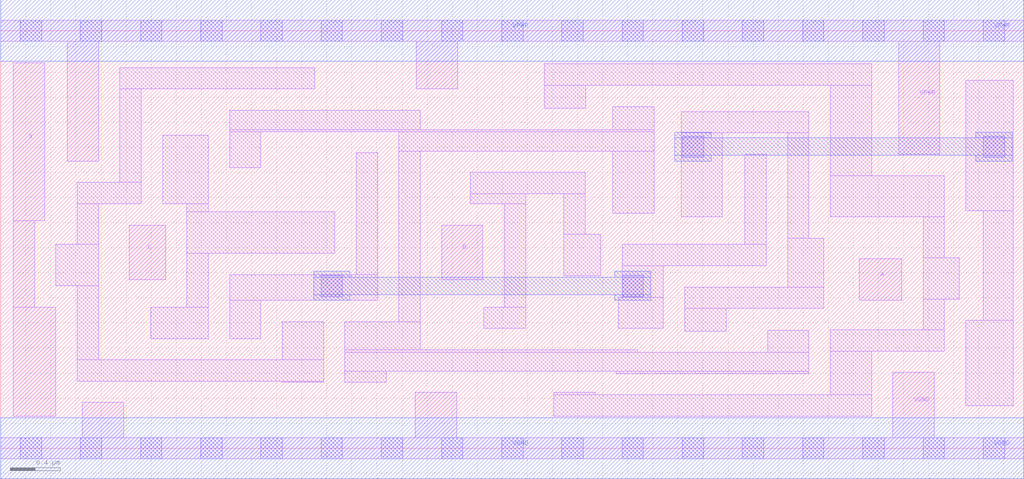
<source format=lef>
# Copyright 2020 The SkyWater PDK Authors
#
# Licensed under the Apache License, Version 2.0 (the "License");
# you may not use this file except in compliance with the License.
# You may obtain a copy of the License at
#
#     https://www.apache.org/licenses/LICENSE-2.0
#
# Unless required by applicable law or agreed to in writing, software
# distributed under the License is distributed on an "AS IS" BASIS,
# WITHOUT WARRANTIES OR CONDITIONS OF ANY KIND, either express or implied.
# See the License for the specific language governing permissions and
# limitations under the License.
#
# SPDX-License-Identifier: Apache-2.0

VERSION 5.7 ;
  NAMESCASESENSITIVE ON ;
  NOWIREEXTENSIONATPIN ON ;
  DIVIDERCHAR "/" ;
  BUSBITCHARS "[]" ;
UNITS
  DATABASE MICRONS 200 ;
END UNITS
MACRO sky130_fd_sc_lp__xnor3_1
  CLASS CORE ;
  SOURCE USER ;
  FOREIGN sky130_fd_sc_lp__xnor3_1 ;
  ORIGIN  0.000000  0.000000 ;
  SIZE  8.160000 BY  3.330000 ;
  SYMMETRY X Y R90 ;
  SITE unit ;
  PIN A
    ANTENNAGATEAREA  0.246000 ;
    DIRECTION INPUT ;
    USE SIGNAL ;
    PORT
      LAYER li1 ;
        RECT 6.845000 1.180000 7.185000 1.510000 ;
    END
  END A
  PIN B
    ANTENNAGATEAREA  0.729000 ;
    DIRECTION INPUT ;
    USE SIGNAL ;
    PORT
      LAYER li1 ;
        RECT 3.515000 1.345000 3.845000 1.780000 ;
    END
  END B
  PIN C
    ANTENNAGATEAREA  0.381000 ;
    DIRECTION INPUT ;
    USE SIGNAL ;
    PORT
      LAYER li1 ;
        RECT 1.025000 1.345000 1.315000 1.780000 ;
    END
  END C
  PIN X
    ANTENNADIFFAREA  0.575400 ;
    DIRECTION OUTPUT ;
    USE SIGNAL ;
    PORT
      LAYER li1 ;
        RECT 0.100000 0.255000 0.440000 1.125000 ;
        RECT 0.100000 1.125000 0.270000 1.815000 ;
        RECT 0.100000 1.815000 0.350000 3.075000 ;
    END
  END X
  PIN VGND
    DIRECTION INOUT ;
    USE GROUND ;
    PORT
      LAYER li1 ;
        RECT 0.000000 -0.085000 8.160000 0.085000 ;
        RECT 0.650000  0.085000 0.980000 0.365000 ;
        RECT 3.305000  0.085000 3.635000 0.445000 ;
        RECT 7.115000  0.085000 7.445000 0.605000 ;
      LAYER mcon ;
        RECT 0.155000 -0.085000 0.325000 0.085000 ;
        RECT 0.635000 -0.085000 0.805000 0.085000 ;
        RECT 1.115000 -0.085000 1.285000 0.085000 ;
        RECT 1.595000 -0.085000 1.765000 0.085000 ;
        RECT 2.075000 -0.085000 2.245000 0.085000 ;
        RECT 2.555000 -0.085000 2.725000 0.085000 ;
        RECT 3.035000 -0.085000 3.205000 0.085000 ;
        RECT 3.515000 -0.085000 3.685000 0.085000 ;
        RECT 3.995000 -0.085000 4.165000 0.085000 ;
        RECT 4.475000 -0.085000 4.645000 0.085000 ;
        RECT 4.955000 -0.085000 5.125000 0.085000 ;
        RECT 5.435000 -0.085000 5.605000 0.085000 ;
        RECT 5.915000 -0.085000 6.085000 0.085000 ;
        RECT 6.395000 -0.085000 6.565000 0.085000 ;
        RECT 6.875000 -0.085000 7.045000 0.085000 ;
        RECT 7.355000 -0.085000 7.525000 0.085000 ;
        RECT 7.835000 -0.085000 8.005000 0.085000 ;
      LAYER met1 ;
        RECT 0.000000 -0.245000 8.160000 0.245000 ;
    END
  END VGND
  PIN VPWR
    DIRECTION INOUT ;
    USE POWER ;
    PORT
      LAYER li1 ;
        RECT 0.000000 3.245000 8.160000 3.415000 ;
        RECT 0.530000 2.290000 0.780000 3.245000 ;
        RECT 3.315000 2.865000 3.645000 3.245000 ;
        RECT 7.160000 2.345000 7.490000 3.245000 ;
      LAYER mcon ;
        RECT 0.155000 3.245000 0.325000 3.415000 ;
        RECT 0.635000 3.245000 0.805000 3.415000 ;
        RECT 1.115000 3.245000 1.285000 3.415000 ;
        RECT 1.595000 3.245000 1.765000 3.415000 ;
        RECT 2.075000 3.245000 2.245000 3.415000 ;
        RECT 2.555000 3.245000 2.725000 3.415000 ;
        RECT 3.035000 3.245000 3.205000 3.415000 ;
        RECT 3.515000 3.245000 3.685000 3.415000 ;
        RECT 3.995000 3.245000 4.165000 3.415000 ;
        RECT 4.475000 3.245000 4.645000 3.415000 ;
        RECT 4.955000 3.245000 5.125000 3.415000 ;
        RECT 5.435000 3.245000 5.605000 3.415000 ;
        RECT 5.915000 3.245000 6.085000 3.415000 ;
        RECT 6.395000 3.245000 6.565000 3.415000 ;
        RECT 6.875000 3.245000 7.045000 3.415000 ;
        RECT 7.355000 3.245000 7.525000 3.415000 ;
        RECT 7.835000 3.245000 8.005000 3.415000 ;
      LAYER met1 ;
        RECT 0.000000 3.085000 8.160000 3.575000 ;
    END
  END VPWR
  OBS
    LAYER li1 ;
      RECT 0.440000 1.295000 0.780000 1.625000 ;
      RECT 0.610000 0.535000 2.575000 0.705000 ;
      RECT 0.610000 0.705000 0.780000 1.295000 ;
      RECT 0.610000 1.625000 0.780000 1.950000 ;
      RECT 0.610000 1.950000 1.120000 2.120000 ;
      RECT 0.950000 2.120000 1.120000 2.865000 ;
      RECT 0.950000 2.865000 2.505000 3.035000 ;
      RECT 1.195000 0.875000 1.655000 1.125000 ;
      RECT 1.290000 1.950000 1.655000 2.495000 ;
      RECT 1.485000 1.125000 1.655000 1.555000 ;
      RECT 1.485000 1.555000 2.665000 1.885000 ;
      RECT 1.485000 1.885000 1.655000 1.950000 ;
      RECT 1.825000 0.875000 2.075000 1.180000 ;
      RECT 1.825000 1.180000 3.005000 1.385000 ;
      RECT 1.825000 2.235000 2.075000 2.525000 ;
      RECT 1.825000 2.525000 5.210000 2.540000 ;
      RECT 1.825000 2.540000 3.345000 2.695000 ;
      RECT 2.245000 0.525000 2.575000 0.535000 ;
      RECT 2.245000 0.705000 2.575000 1.010000 ;
      RECT 2.745000 0.525000 3.075000 0.615000 ;
      RECT 2.745000 0.615000 6.445000 0.765000 ;
      RECT 2.745000 0.765000 5.080000 0.785000 ;
      RECT 2.745000 0.785000 3.345000 1.010000 ;
      RECT 2.835000 1.385000 3.005000 2.355000 ;
      RECT 3.175000 1.010000 3.345000 2.370000 ;
      RECT 3.175000 2.370000 5.210000 2.525000 ;
      RECT 3.745000 1.950000 4.185000 2.030000 ;
      RECT 3.745000 2.030000 4.660000 2.200000 ;
      RECT 3.850000 0.955000 4.185000 1.125000 ;
      RECT 4.015000 1.125000 4.185000 1.950000 ;
      RECT 4.335000 2.710000 4.665000 2.895000 ;
      RECT 4.335000 2.895000 6.945000 3.065000 ;
      RECT 4.410000 0.255000 6.945000 0.425000 ;
      RECT 4.410000 0.425000 4.740000 0.445000 ;
      RECT 4.490000 1.375000 4.785000 1.705000 ;
      RECT 4.490000 1.705000 4.660000 2.030000 ;
      RECT 4.880000 1.875000 5.210000 2.370000 ;
      RECT 4.880000 2.540000 5.210000 2.725000 ;
      RECT 4.910000 0.595000 6.445000 0.615000 ;
      RECT 4.925000 0.955000 5.285000 1.205000 ;
      RECT 4.955000 1.205000 5.285000 1.455000 ;
      RECT 4.955000 1.455000 6.105000 1.625000 ;
      RECT 5.425000 1.845000 5.755000 2.515000 ;
      RECT 5.425000 2.515000 6.445000 2.685000 ;
      RECT 5.455000 0.935000 5.785000 1.115000 ;
      RECT 5.455000 1.115000 6.565000 1.285000 ;
      RECT 5.935000 1.625000 6.105000 2.345000 ;
      RECT 6.115000 0.765000 6.445000 0.940000 ;
      RECT 6.275000 1.285000 6.565000 1.675000 ;
      RECT 6.275000 1.675000 6.445000 2.515000 ;
      RECT 6.615000 0.425000 6.945000 0.775000 ;
      RECT 6.615000 0.775000 7.525000 0.945000 ;
      RECT 6.615000 1.845000 7.525000 2.175000 ;
      RECT 6.615000 2.175000 6.945000 2.895000 ;
      RECT 7.355000 0.945000 7.525000 1.190000 ;
      RECT 7.355000 1.190000 7.645000 1.520000 ;
      RECT 7.355000 1.520000 7.525000 1.845000 ;
      RECT 7.695000 0.340000 8.075000 1.020000 ;
      RECT 7.695000 1.895000 8.075000 2.935000 ;
      RECT 7.835000 1.020000 8.075000 1.895000 ;
    LAYER mcon ;
      RECT 2.555000 1.210000 2.725000 1.380000 ;
      RECT 4.955000 1.210000 5.125000 1.380000 ;
      RECT 5.435000 2.320000 5.605000 2.490000 ;
      RECT 7.835000 2.320000 8.005000 2.490000 ;
    LAYER met1 ;
      RECT 2.495000 1.180000 2.785000 1.225000 ;
      RECT 2.495000 1.225000 5.185000 1.365000 ;
      RECT 2.495000 1.365000 2.785000 1.410000 ;
      RECT 4.895000 1.180000 5.185000 1.225000 ;
      RECT 4.895000 1.365000 5.185000 1.410000 ;
      RECT 5.375000 2.290000 5.665000 2.335000 ;
      RECT 5.375000 2.335000 8.065000 2.475000 ;
      RECT 5.375000 2.475000 5.665000 2.520000 ;
      RECT 7.775000 2.290000 8.065000 2.335000 ;
      RECT 7.775000 2.475000 8.065000 2.520000 ;
  END
END sky130_fd_sc_lp__xnor3_1

</source>
